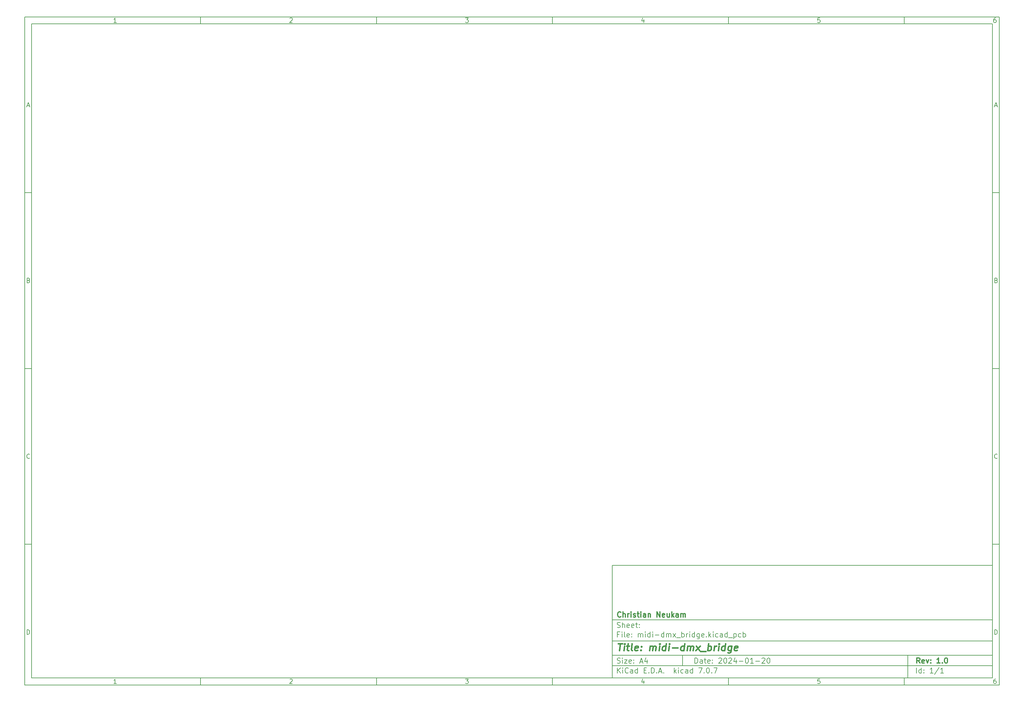
<source format=gbr>
%TF.GenerationSoftware,KiCad,Pcbnew,7.0.7*%
%TF.CreationDate,2024-01-28T22:30:17+01:00*%
%TF.ProjectId,midi-dmx_bridge,6d696469-2d64-46d7-985f-627269646765,1.0*%
%TF.SameCoordinates,PX5f5e100PY7459280*%
%TF.FileFunction,Legend,Bot*%
%TF.FilePolarity,Positive*%
%FSLAX46Y46*%
G04 Gerber Fmt 4.6, Leading zero omitted, Abs format (unit mm)*
G04 Created by KiCad (PCBNEW 7.0.7) date 2024-01-28 22:30:17*
%MOMM*%
%LPD*%
G01*
G04 APERTURE LIST*
%ADD10C,0.100000*%
%ADD11C,0.150000*%
%ADD12C,0.300000*%
%ADD13C,0.400000*%
G04 APERTURE END LIST*
D10*
D11*
X77002200Y-44007200D02*
X185002200Y-44007200D01*
X185002200Y-76007200D01*
X77002200Y-76007200D01*
X77002200Y-44007200D01*
D10*
D11*
X-90000000Y112000000D02*
X187002200Y112000000D01*
X187002200Y-78007200D01*
X-90000000Y-78007200D01*
X-90000000Y112000000D01*
D10*
D11*
X-88000000Y110000000D02*
X185002200Y110000000D01*
X185002200Y-76007200D01*
X-88000000Y-76007200D01*
X-88000000Y110000000D01*
D10*
D11*
X-40000000Y110000000D02*
X-40000000Y112000000D01*
D10*
D11*
X10000000Y110000000D02*
X10000000Y112000000D01*
D10*
D11*
X60000000Y110000000D02*
X60000000Y112000000D01*
D10*
D11*
X110000000Y110000000D02*
X110000000Y112000000D01*
D10*
D11*
X160000000Y110000000D02*
X160000000Y112000000D01*
D10*
D11*
X-63910840Y110406396D02*
X-64653697Y110406396D01*
X-64282269Y110406396D02*
X-64282269Y111706396D01*
X-64282269Y111706396D02*
X-64406078Y111520681D01*
X-64406078Y111520681D02*
X-64529888Y111396872D01*
X-64529888Y111396872D02*
X-64653697Y111334967D01*
D10*
D11*
X-14653697Y111582586D02*
X-14591793Y111644491D01*
X-14591793Y111644491D02*
X-14467983Y111706396D01*
X-14467983Y111706396D02*
X-14158459Y111706396D01*
X-14158459Y111706396D02*
X-14034650Y111644491D01*
X-14034650Y111644491D02*
X-13972745Y111582586D01*
X-13972745Y111582586D02*
X-13910840Y111458777D01*
X-13910840Y111458777D02*
X-13910840Y111334967D01*
X-13910840Y111334967D02*
X-13972745Y111149253D01*
X-13972745Y111149253D02*
X-14715602Y110406396D01*
X-14715602Y110406396D02*
X-13910840Y110406396D01*
D10*
D11*
X35284398Y111706396D02*
X36089160Y111706396D01*
X36089160Y111706396D02*
X35655826Y111211158D01*
X35655826Y111211158D02*
X35841541Y111211158D01*
X35841541Y111211158D02*
X35965350Y111149253D01*
X35965350Y111149253D02*
X36027255Y111087348D01*
X36027255Y111087348D02*
X36089160Y110963539D01*
X36089160Y110963539D02*
X36089160Y110654015D01*
X36089160Y110654015D02*
X36027255Y110530205D01*
X36027255Y110530205D02*
X35965350Y110468300D01*
X35965350Y110468300D02*
X35841541Y110406396D01*
X35841541Y110406396D02*
X35470112Y110406396D01*
X35470112Y110406396D02*
X35346303Y110468300D01*
X35346303Y110468300D02*
X35284398Y110530205D01*
D10*
D11*
X85965350Y111273062D02*
X85965350Y110406396D01*
X85655826Y111768300D02*
X85346303Y110839729D01*
X85346303Y110839729D02*
X86151064Y110839729D01*
D10*
D11*
X136027255Y111706396D02*
X135408207Y111706396D01*
X135408207Y111706396D02*
X135346303Y111087348D01*
X135346303Y111087348D02*
X135408207Y111149253D01*
X135408207Y111149253D02*
X135532017Y111211158D01*
X135532017Y111211158D02*
X135841541Y111211158D01*
X135841541Y111211158D02*
X135965350Y111149253D01*
X135965350Y111149253D02*
X136027255Y111087348D01*
X136027255Y111087348D02*
X136089160Y110963539D01*
X136089160Y110963539D02*
X136089160Y110654015D01*
X136089160Y110654015D02*
X136027255Y110530205D01*
X136027255Y110530205D02*
X135965350Y110468300D01*
X135965350Y110468300D02*
X135841541Y110406396D01*
X135841541Y110406396D02*
X135532017Y110406396D01*
X135532017Y110406396D02*
X135408207Y110468300D01*
X135408207Y110468300D02*
X135346303Y110530205D01*
D10*
D11*
X185965350Y111706396D02*
X185717731Y111706396D01*
X185717731Y111706396D02*
X185593922Y111644491D01*
X185593922Y111644491D02*
X185532017Y111582586D01*
X185532017Y111582586D02*
X185408207Y111396872D01*
X185408207Y111396872D02*
X185346303Y111149253D01*
X185346303Y111149253D02*
X185346303Y110654015D01*
X185346303Y110654015D02*
X185408207Y110530205D01*
X185408207Y110530205D02*
X185470112Y110468300D01*
X185470112Y110468300D02*
X185593922Y110406396D01*
X185593922Y110406396D02*
X185841541Y110406396D01*
X185841541Y110406396D02*
X185965350Y110468300D01*
X185965350Y110468300D02*
X186027255Y110530205D01*
X186027255Y110530205D02*
X186089160Y110654015D01*
X186089160Y110654015D02*
X186089160Y110963539D01*
X186089160Y110963539D02*
X186027255Y111087348D01*
X186027255Y111087348D02*
X185965350Y111149253D01*
X185965350Y111149253D02*
X185841541Y111211158D01*
X185841541Y111211158D02*
X185593922Y111211158D01*
X185593922Y111211158D02*
X185470112Y111149253D01*
X185470112Y111149253D02*
X185408207Y111087348D01*
X185408207Y111087348D02*
X185346303Y110963539D01*
D10*
D11*
X-40000000Y-76007200D02*
X-40000000Y-78007200D01*
D10*
D11*
X10000000Y-76007200D02*
X10000000Y-78007200D01*
D10*
D11*
X60000000Y-76007200D02*
X60000000Y-78007200D01*
D10*
D11*
X110000000Y-76007200D02*
X110000000Y-78007200D01*
D10*
D11*
X160000000Y-76007200D02*
X160000000Y-78007200D01*
D10*
D11*
X-63910840Y-77600804D02*
X-64653697Y-77600804D01*
X-64282269Y-77600804D02*
X-64282269Y-76300804D01*
X-64282269Y-76300804D02*
X-64406078Y-76486519D01*
X-64406078Y-76486519D02*
X-64529888Y-76610328D01*
X-64529888Y-76610328D02*
X-64653697Y-76672233D01*
D10*
D11*
X-14653697Y-76424614D02*
X-14591793Y-76362709D01*
X-14591793Y-76362709D02*
X-14467983Y-76300804D01*
X-14467983Y-76300804D02*
X-14158459Y-76300804D01*
X-14158459Y-76300804D02*
X-14034650Y-76362709D01*
X-14034650Y-76362709D02*
X-13972745Y-76424614D01*
X-13972745Y-76424614D02*
X-13910840Y-76548423D01*
X-13910840Y-76548423D02*
X-13910840Y-76672233D01*
X-13910840Y-76672233D02*
X-13972745Y-76857947D01*
X-13972745Y-76857947D02*
X-14715602Y-77600804D01*
X-14715602Y-77600804D02*
X-13910840Y-77600804D01*
D10*
D11*
X35284398Y-76300804D02*
X36089160Y-76300804D01*
X36089160Y-76300804D02*
X35655826Y-76796042D01*
X35655826Y-76796042D02*
X35841541Y-76796042D01*
X35841541Y-76796042D02*
X35965350Y-76857947D01*
X35965350Y-76857947D02*
X36027255Y-76919852D01*
X36027255Y-76919852D02*
X36089160Y-77043661D01*
X36089160Y-77043661D02*
X36089160Y-77353185D01*
X36089160Y-77353185D02*
X36027255Y-77476995D01*
X36027255Y-77476995D02*
X35965350Y-77538900D01*
X35965350Y-77538900D02*
X35841541Y-77600804D01*
X35841541Y-77600804D02*
X35470112Y-77600804D01*
X35470112Y-77600804D02*
X35346303Y-77538900D01*
X35346303Y-77538900D02*
X35284398Y-77476995D01*
D10*
D11*
X85965350Y-76734138D02*
X85965350Y-77600804D01*
X85655826Y-76238900D02*
X85346303Y-77167471D01*
X85346303Y-77167471D02*
X86151064Y-77167471D01*
D10*
D11*
X136027255Y-76300804D02*
X135408207Y-76300804D01*
X135408207Y-76300804D02*
X135346303Y-76919852D01*
X135346303Y-76919852D02*
X135408207Y-76857947D01*
X135408207Y-76857947D02*
X135532017Y-76796042D01*
X135532017Y-76796042D02*
X135841541Y-76796042D01*
X135841541Y-76796042D02*
X135965350Y-76857947D01*
X135965350Y-76857947D02*
X136027255Y-76919852D01*
X136027255Y-76919852D02*
X136089160Y-77043661D01*
X136089160Y-77043661D02*
X136089160Y-77353185D01*
X136089160Y-77353185D02*
X136027255Y-77476995D01*
X136027255Y-77476995D02*
X135965350Y-77538900D01*
X135965350Y-77538900D02*
X135841541Y-77600804D01*
X135841541Y-77600804D02*
X135532017Y-77600804D01*
X135532017Y-77600804D02*
X135408207Y-77538900D01*
X135408207Y-77538900D02*
X135346303Y-77476995D01*
D10*
D11*
X185965350Y-76300804D02*
X185717731Y-76300804D01*
X185717731Y-76300804D02*
X185593922Y-76362709D01*
X185593922Y-76362709D02*
X185532017Y-76424614D01*
X185532017Y-76424614D02*
X185408207Y-76610328D01*
X185408207Y-76610328D02*
X185346303Y-76857947D01*
X185346303Y-76857947D02*
X185346303Y-77353185D01*
X185346303Y-77353185D02*
X185408207Y-77476995D01*
X185408207Y-77476995D02*
X185470112Y-77538900D01*
X185470112Y-77538900D02*
X185593922Y-77600804D01*
X185593922Y-77600804D02*
X185841541Y-77600804D01*
X185841541Y-77600804D02*
X185965350Y-77538900D01*
X185965350Y-77538900D02*
X186027255Y-77476995D01*
X186027255Y-77476995D02*
X186089160Y-77353185D01*
X186089160Y-77353185D02*
X186089160Y-77043661D01*
X186089160Y-77043661D02*
X186027255Y-76919852D01*
X186027255Y-76919852D02*
X185965350Y-76857947D01*
X185965350Y-76857947D02*
X185841541Y-76796042D01*
X185841541Y-76796042D02*
X185593922Y-76796042D01*
X185593922Y-76796042D02*
X185470112Y-76857947D01*
X185470112Y-76857947D02*
X185408207Y-76919852D01*
X185408207Y-76919852D02*
X185346303Y-77043661D01*
D10*
D11*
X-90000000Y62000000D02*
X-88000000Y62000000D01*
D10*
D11*
X-90000000Y12000000D02*
X-88000000Y12000000D01*
D10*
D11*
X-90000000Y-38000000D02*
X-88000000Y-38000000D01*
D10*
D11*
X-89309524Y86777824D02*
X-88690477Y86777824D01*
X-89433334Y86406396D02*
X-89000001Y87706396D01*
X-89000001Y87706396D02*
X-88566667Y86406396D01*
D10*
D11*
X-88907143Y37087348D02*
X-88721429Y37025443D01*
X-88721429Y37025443D02*
X-88659524Y36963539D01*
X-88659524Y36963539D02*
X-88597620Y36839729D01*
X-88597620Y36839729D02*
X-88597620Y36654015D01*
X-88597620Y36654015D02*
X-88659524Y36530205D01*
X-88659524Y36530205D02*
X-88721429Y36468300D01*
X-88721429Y36468300D02*
X-88845239Y36406396D01*
X-88845239Y36406396D02*
X-89340477Y36406396D01*
X-89340477Y36406396D02*
X-89340477Y37706396D01*
X-89340477Y37706396D02*
X-88907143Y37706396D01*
X-88907143Y37706396D02*
X-88783334Y37644491D01*
X-88783334Y37644491D02*
X-88721429Y37582586D01*
X-88721429Y37582586D02*
X-88659524Y37458777D01*
X-88659524Y37458777D02*
X-88659524Y37334967D01*
X-88659524Y37334967D02*
X-88721429Y37211158D01*
X-88721429Y37211158D02*
X-88783334Y37149253D01*
X-88783334Y37149253D02*
X-88907143Y37087348D01*
X-88907143Y37087348D02*
X-89340477Y37087348D01*
D10*
D11*
X-88597620Y-13469795D02*
X-88659524Y-13531700D01*
X-88659524Y-13531700D02*
X-88845239Y-13593604D01*
X-88845239Y-13593604D02*
X-88969048Y-13593604D01*
X-88969048Y-13593604D02*
X-89154762Y-13531700D01*
X-89154762Y-13531700D02*
X-89278572Y-13407890D01*
X-89278572Y-13407890D02*
X-89340477Y-13284080D01*
X-89340477Y-13284080D02*
X-89402381Y-13036461D01*
X-89402381Y-13036461D02*
X-89402381Y-12850747D01*
X-89402381Y-12850747D02*
X-89340477Y-12603128D01*
X-89340477Y-12603128D02*
X-89278572Y-12479319D01*
X-89278572Y-12479319D02*
X-89154762Y-12355509D01*
X-89154762Y-12355509D02*
X-88969048Y-12293604D01*
X-88969048Y-12293604D02*
X-88845239Y-12293604D01*
X-88845239Y-12293604D02*
X-88659524Y-12355509D01*
X-88659524Y-12355509D02*
X-88597620Y-12417414D01*
D10*
D11*
X-89340477Y-63593604D02*
X-89340477Y-62293604D01*
X-89340477Y-62293604D02*
X-89030953Y-62293604D01*
X-89030953Y-62293604D02*
X-88845239Y-62355509D01*
X-88845239Y-62355509D02*
X-88721429Y-62479319D01*
X-88721429Y-62479319D02*
X-88659524Y-62603128D01*
X-88659524Y-62603128D02*
X-88597620Y-62850747D01*
X-88597620Y-62850747D02*
X-88597620Y-63036461D01*
X-88597620Y-63036461D02*
X-88659524Y-63284080D01*
X-88659524Y-63284080D02*
X-88721429Y-63407890D01*
X-88721429Y-63407890D02*
X-88845239Y-63531700D01*
X-88845239Y-63531700D02*
X-89030953Y-63593604D01*
X-89030953Y-63593604D02*
X-89340477Y-63593604D01*
D10*
D11*
X187002200Y62000000D02*
X185002200Y62000000D01*
D10*
D11*
X187002200Y12000000D02*
X185002200Y12000000D01*
D10*
D11*
X187002200Y-38000000D02*
X185002200Y-38000000D01*
D10*
D11*
X185692676Y86777824D02*
X186311723Y86777824D01*
X185568866Y86406396D02*
X186002199Y87706396D01*
X186002199Y87706396D02*
X186435533Y86406396D01*
D10*
D11*
X186095057Y37087348D02*
X186280771Y37025443D01*
X186280771Y37025443D02*
X186342676Y36963539D01*
X186342676Y36963539D02*
X186404580Y36839729D01*
X186404580Y36839729D02*
X186404580Y36654015D01*
X186404580Y36654015D02*
X186342676Y36530205D01*
X186342676Y36530205D02*
X186280771Y36468300D01*
X186280771Y36468300D02*
X186156961Y36406396D01*
X186156961Y36406396D02*
X185661723Y36406396D01*
X185661723Y36406396D02*
X185661723Y37706396D01*
X185661723Y37706396D02*
X186095057Y37706396D01*
X186095057Y37706396D02*
X186218866Y37644491D01*
X186218866Y37644491D02*
X186280771Y37582586D01*
X186280771Y37582586D02*
X186342676Y37458777D01*
X186342676Y37458777D02*
X186342676Y37334967D01*
X186342676Y37334967D02*
X186280771Y37211158D01*
X186280771Y37211158D02*
X186218866Y37149253D01*
X186218866Y37149253D02*
X186095057Y37087348D01*
X186095057Y37087348D02*
X185661723Y37087348D01*
D10*
D11*
X186404580Y-13469795D02*
X186342676Y-13531700D01*
X186342676Y-13531700D02*
X186156961Y-13593604D01*
X186156961Y-13593604D02*
X186033152Y-13593604D01*
X186033152Y-13593604D02*
X185847438Y-13531700D01*
X185847438Y-13531700D02*
X185723628Y-13407890D01*
X185723628Y-13407890D02*
X185661723Y-13284080D01*
X185661723Y-13284080D02*
X185599819Y-13036461D01*
X185599819Y-13036461D02*
X185599819Y-12850747D01*
X185599819Y-12850747D02*
X185661723Y-12603128D01*
X185661723Y-12603128D02*
X185723628Y-12479319D01*
X185723628Y-12479319D02*
X185847438Y-12355509D01*
X185847438Y-12355509D02*
X186033152Y-12293604D01*
X186033152Y-12293604D02*
X186156961Y-12293604D01*
X186156961Y-12293604D02*
X186342676Y-12355509D01*
X186342676Y-12355509D02*
X186404580Y-12417414D01*
D10*
D11*
X185661723Y-63593604D02*
X185661723Y-62293604D01*
X185661723Y-62293604D02*
X185971247Y-62293604D01*
X185971247Y-62293604D02*
X186156961Y-62355509D01*
X186156961Y-62355509D02*
X186280771Y-62479319D01*
X186280771Y-62479319D02*
X186342676Y-62603128D01*
X186342676Y-62603128D02*
X186404580Y-62850747D01*
X186404580Y-62850747D02*
X186404580Y-63036461D01*
X186404580Y-63036461D02*
X186342676Y-63284080D01*
X186342676Y-63284080D02*
X186280771Y-63407890D01*
X186280771Y-63407890D02*
X186156961Y-63531700D01*
X186156961Y-63531700D02*
X185971247Y-63593604D01*
X185971247Y-63593604D02*
X185661723Y-63593604D01*
D10*
D11*
X100458026Y-71793328D02*
X100458026Y-70293328D01*
X100458026Y-70293328D02*
X100815169Y-70293328D01*
X100815169Y-70293328D02*
X101029455Y-70364757D01*
X101029455Y-70364757D02*
X101172312Y-70507614D01*
X101172312Y-70507614D02*
X101243741Y-70650471D01*
X101243741Y-70650471D02*
X101315169Y-70936185D01*
X101315169Y-70936185D02*
X101315169Y-71150471D01*
X101315169Y-71150471D02*
X101243741Y-71436185D01*
X101243741Y-71436185D02*
X101172312Y-71579042D01*
X101172312Y-71579042D02*
X101029455Y-71721900D01*
X101029455Y-71721900D02*
X100815169Y-71793328D01*
X100815169Y-71793328D02*
X100458026Y-71793328D01*
X102600884Y-71793328D02*
X102600884Y-71007614D01*
X102600884Y-71007614D02*
X102529455Y-70864757D01*
X102529455Y-70864757D02*
X102386598Y-70793328D01*
X102386598Y-70793328D02*
X102100884Y-70793328D01*
X102100884Y-70793328D02*
X101958026Y-70864757D01*
X102600884Y-71721900D02*
X102458026Y-71793328D01*
X102458026Y-71793328D02*
X102100884Y-71793328D01*
X102100884Y-71793328D02*
X101958026Y-71721900D01*
X101958026Y-71721900D02*
X101886598Y-71579042D01*
X101886598Y-71579042D02*
X101886598Y-71436185D01*
X101886598Y-71436185D02*
X101958026Y-71293328D01*
X101958026Y-71293328D02*
X102100884Y-71221900D01*
X102100884Y-71221900D02*
X102458026Y-71221900D01*
X102458026Y-71221900D02*
X102600884Y-71150471D01*
X103100884Y-70793328D02*
X103672312Y-70793328D01*
X103315169Y-70293328D02*
X103315169Y-71579042D01*
X103315169Y-71579042D02*
X103386598Y-71721900D01*
X103386598Y-71721900D02*
X103529455Y-71793328D01*
X103529455Y-71793328D02*
X103672312Y-71793328D01*
X104743741Y-71721900D02*
X104600884Y-71793328D01*
X104600884Y-71793328D02*
X104315170Y-71793328D01*
X104315170Y-71793328D02*
X104172312Y-71721900D01*
X104172312Y-71721900D02*
X104100884Y-71579042D01*
X104100884Y-71579042D02*
X104100884Y-71007614D01*
X104100884Y-71007614D02*
X104172312Y-70864757D01*
X104172312Y-70864757D02*
X104315170Y-70793328D01*
X104315170Y-70793328D02*
X104600884Y-70793328D01*
X104600884Y-70793328D02*
X104743741Y-70864757D01*
X104743741Y-70864757D02*
X104815170Y-71007614D01*
X104815170Y-71007614D02*
X104815170Y-71150471D01*
X104815170Y-71150471D02*
X104100884Y-71293328D01*
X105458026Y-71650471D02*
X105529455Y-71721900D01*
X105529455Y-71721900D02*
X105458026Y-71793328D01*
X105458026Y-71793328D02*
X105386598Y-71721900D01*
X105386598Y-71721900D02*
X105458026Y-71650471D01*
X105458026Y-71650471D02*
X105458026Y-71793328D01*
X105458026Y-70864757D02*
X105529455Y-70936185D01*
X105529455Y-70936185D02*
X105458026Y-71007614D01*
X105458026Y-71007614D02*
X105386598Y-70936185D01*
X105386598Y-70936185D02*
X105458026Y-70864757D01*
X105458026Y-70864757D02*
X105458026Y-71007614D01*
X107243741Y-70436185D02*
X107315169Y-70364757D01*
X107315169Y-70364757D02*
X107458027Y-70293328D01*
X107458027Y-70293328D02*
X107815169Y-70293328D01*
X107815169Y-70293328D02*
X107958027Y-70364757D01*
X107958027Y-70364757D02*
X108029455Y-70436185D01*
X108029455Y-70436185D02*
X108100884Y-70579042D01*
X108100884Y-70579042D02*
X108100884Y-70721900D01*
X108100884Y-70721900D02*
X108029455Y-70936185D01*
X108029455Y-70936185D02*
X107172312Y-71793328D01*
X107172312Y-71793328D02*
X108100884Y-71793328D01*
X109029455Y-70293328D02*
X109172312Y-70293328D01*
X109172312Y-70293328D02*
X109315169Y-70364757D01*
X109315169Y-70364757D02*
X109386598Y-70436185D01*
X109386598Y-70436185D02*
X109458026Y-70579042D01*
X109458026Y-70579042D02*
X109529455Y-70864757D01*
X109529455Y-70864757D02*
X109529455Y-71221900D01*
X109529455Y-71221900D02*
X109458026Y-71507614D01*
X109458026Y-71507614D02*
X109386598Y-71650471D01*
X109386598Y-71650471D02*
X109315169Y-71721900D01*
X109315169Y-71721900D02*
X109172312Y-71793328D01*
X109172312Y-71793328D02*
X109029455Y-71793328D01*
X109029455Y-71793328D02*
X108886598Y-71721900D01*
X108886598Y-71721900D02*
X108815169Y-71650471D01*
X108815169Y-71650471D02*
X108743740Y-71507614D01*
X108743740Y-71507614D02*
X108672312Y-71221900D01*
X108672312Y-71221900D02*
X108672312Y-70864757D01*
X108672312Y-70864757D02*
X108743740Y-70579042D01*
X108743740Y-70579042D02*
X108815169Y-70436185D01*
X108815169Y-70436185D02*
X108886598Y-70364757D01*
X108886598Y-70364757D02*
X109029455Y-70293328D01*
X110100883Y-70436185D02*
X110172311Y-70364757D01*
X110172311Y-70364757D02*
X110315169Y-70293328D01*
X110315169Y-70293328D02*
X110672311Y-70293328D01*
X110672311Y-70293328D02*
X110815169Y-70364757D01*
X110815169Y-70364757D02*
X110886597Y-70436185D01*
X110886597Y-70436185D02*
X110958026Y-70579042D01*
X110958026Y-70579042D02*
X110958026Y-70721900D01*
X110958026Y-70721900D02*
X110886597Y-70936185D01*
X110886597Y-70936185D02*
X110029454Y-71793328D01*
X110029454Y-71793328D02*
X110958026Y-71793328D01*
X112243740Y-70793328D02*
X112243740Y-71793328D01*
X111886597Y-70221900D02*
X111529454Y-71293328D01*
X111529454Y-71293328D02*
X112458025Y-71293328D01*
X113029453Y-71221900D02*
X114172311Y-71221900D01*
X115172311Y-70293328D02*
X115315168Y-70293328D01*
X115315168Y-70293328D02*
X115458025Y-70364757D01*
X115458025Y-70364757D02*
X115529454Y-70436185D01*
X115529454Y-70436185D02*
X115600882Y-70579042D01*
X115600882Y-70579042D02*
X115672311Y-70864757D01*
X115672311Y-70864757D02*
X115672311Y-71221900D01*
X115672311Y-71221900D02*
X115600882Y-71507614D01*
X115600882Y-71507614D02*
X115529454Y-71650471D01*
X115529454Y-71650471D02*
X115458025Y-71721900D01*
X115458025Y-71721900D02*
X115315168Y-71793328D01*
X115315168Y-71793328D02*
X115172311Y-71793328D01*
X115172311Y-71793328D02*
X115029454Y-71721900D01*
X115029454Y-71721900D02*
X114958025Y-71650471D01*
X114958025Y-71650471D02*
X114886596Y-71507614D01*
X114886596Y-71507614D02*
X114815168Y-71221900D01*
X114815168Y-71221900D02*
X114815168Y-70864757D01*
X114815168Y-70864757D02*
X114886596Y-70579042D01*
X114886596Y-70579042D02*
X114958025Y-70436185D01*
X114958025Y-70436185D02*
X115029454Y-70364757D01*
X115029454Y-70364757D02*
X115172311Y-70293328D01*
X117100882Y-71793328D02*
X116243739Y-71793328D01*
X116672310Y-71793328D02*
X116672310Y-70293328D01*
X116672310Y-70293328D02*
X116529453Y-70507614D01*
X116529453Y-70507614D02*
X116386596Y-70650471D01*
X116386596Y-70650471D02*
X116243739Y-70721900D01*
X117743738Y-71221900D02*
X118886596Y-71221900D01*
X119529453Y-70436185D02*
X119600881Y-70364757D01*
X119600881Y-70364757D02*
X119743739Y-70293328D01*
X119743739Y-70293328D02*
X120100881Y-70293328D01*
X120100881Y-70293328D02*
X120243739Y-70364757D01*
X120243739Y-70364757D02*
X120315167Y-70436185D01*
X120315167Y-70436185D02*
X120386596Y-70579042D01*
X120386596Y-70579042D02*
X120386596Y-70721900D01*
X120386596Y-70721900D02*
X120315167Y-70936185D01*
X120315167Y-70936185D02*
X119458024Y-71793328D01*
X119458024Y-71793328D02*
X120386596Y-71793328D01*
X121315167Y-70293328D02*
X121458024Y-70293328D01*
X121458024Y-70293328D02*
X121600881Y-70364757D01*
X121600881Y-70364757D02*
X121672310Y-70436185D01*
X121672310Y-70436185D02*
X121743738Y-70579042D01*
X121743738Y-70579042D02*
X121815167Y-70864757D01*
X121815167Y-70864757D02*
X121815167Y-71221900D01*
X121815167Y-71221900D02*
X121743738Y-71507614D01*
X121743738Y-71507614D02*
X121672310Y-71650471D01*
X121672310Y-71650471D02*
X121600881Y-71721900D01*
X121600881Y-71721900D02*
X121458024Y-71793328D01*
X121458024Y-71793328D02*
X121315167Y-71793328D01*
X121315167Y-71793328D02*
X121172310Y-71721900D01*
X121172310Y-71721900D02*
X121100881Y-71650471D01*
X121100881Y-71650471D02*
X121029452Y-71507614D01*
X121029452Y-71507614D02*
X120958024Y-71221900D01*
X120958024Y-71221900D02*
X120958024Y-70864757D01*
X120958024Y-70864757D02*
X121029452Y-70579042D01*
X121029452Y-70579042D02*
X121100881Y-70436185D01*
X121100881Y-70436185D02*
X121172310Y-70364757D01*
X121172310Y-70364757D02*
X121315167Y-70293328D01*
D10*
D11*
X77002200Y-72507200D02*
X185002200Y-72507200D01*
D10*
D11*
X78458026Y-74593328D02*
X78458026Y-73093328D01*
X79315169Y-74593328D02*
X78672312Y-73736185D01*
X79315169Y-73093328D02*
X78458026Y-73950471D01*
X79958026Y-74593328D02*
X79958026Y-73593328D01*
X79958026Y-73093328D02*
X79886598Y-73164757D01*
X79886598Y-73164757D02*
X79958026Y-73236185D01*
X79958026Y-73236185D02*
X80029455Y-73164757D01*
X80029455Y-73164757D02*
X79958026Y-73093328D01*
X79958026Y-73093328D02*
X79958026Y-73236185D01*
X81529455Y-74450471D02*
X81458027Y-74521900D01*
X81458027Y-74521900D02*
X81243741Y-74593328D01*
X81243741Y-74593328D02*
X81100884Y-74593328D01*
X81100884Y-74593328D02*
X80886598Y-74521900D01*
X80886598Y-74521900D02*
X80743741Y-74379042D01*
X80743741Y-74379042D02*
X80672312Y-74236185D01*
X80672312Y-74236185D02*
X80600884Y-73950471D01*
X80600884Y-73950471D02*
X80600884Y-73736185D01*
X80600884Y-73736185D02*
X80672312Y-73450471D01*
X80672312Y-73450471D02*
X80743741Y-73307614D01*
X80743741Y-73307614D02*
X80886598Y-73164757D01*
X80886598Y-73164757D02*
X81100884Y-73093328D01*
X81100884Y-73093328D02*
X81243741Y-73093328D01*
X81243741Y-73093328D02*
X81458027Y-73164757D01*
X81458027Y-73164757D02*
X81529455Y-73236185D01*
X82815170Y-74593328D02*
X82815170Y-73807614D01*
X82815170Y-73807614D02*
X82743741Y-73664757D01*
X82743741Y-73664757D02*
X82600884Y-73593328D01*
X82600884Y-73593328D02*
X82315170Y-73593328D01*
X82315170Y-73593328D02*
X82172312Y-73664757D01*
X82815170Y-74521900D02*
X82672312Y-74593328D01*
X82672312Y-74593328D02*
X82315170Y-74593328D01*
X82315170Y-74593328D02*
X82172312Y-74521900D01*
X82172312Y-74521900D02*
X82100884Y-74379042D01*
X82100884Y-74379042D02*
X82100884Y-74236185D01*
X82100884Y-74236185D02*
X82172312Y-74093328D01*
X82172312Y-74093328D02*
X82315170Y-74021900D01*
X82315170Y-74021900D02*
X82672312Y-74021900D01*
X82672312Y-74021900D02*
X82815170Y-73950471D01*
X84172313Y-74593328D02*
X84172313Y-73093328D01*
X84172313Y-74521900D02*
X84029455Y-74593328D01*
X84029455Y-74593328D02*
X83743741Y-74593328D01*
X83743741Y-74593328D02*
X83600884Y-74521900D01*
X83600884Y-74521900D02*
X83529455Y-74450471D01*
X83529455Y-74450471D02*
X83458027Y-74307614D01*
X83458027Y-74307614D02*
X83458027Y-73879042D01*
X83458027Y-73879042D02*
X83529455Y-73736185D01*
X83529455Y-73736185D02*
X83600884Y-73664757D01*
X83600884Y-73664757D02*
X83743741Y-73593328D01*
X83743741Y-73593328D02*
X84029455Y-73593328D01*
X84029455Y-73593328D02*
X84172313Y-73664757D01*
X86029455Y-73807614D02*
X86529455Y-73807614D01*
X86743741Y-74593328D02*
X86029455Y-74593328D01*
X86029455Y-74593328D02*
X86029455Y-73093328D01*
X86029455Y-73093328D02*
X86743741Y-73093328D01*
X87386598Y-74450471D02*
X87458027Y-74521900D01*
X87458027Y-74521900D02*
X87386598Y-74593328D01*
X87386598Y-74593328D02*
X87315170Y-74521900D01*
X87315170Y-74521900D02*
X87386598Y-74450471D01*
X87386598Y-74450471D02*
X87386598Y-74593328D01*
X88100884Y-74593328D02*
X88100884Y-73093328D01*
X88100884Y-73093328D02*
X88458027Y-73093328D01*
X88458027Y-73093328D02*
X88672313Y-73164757D01*
X88672313Y-73164757D02*
X88815170Y-73307614D01*
X88815170Y-73307614D02*
X88886599Y-73450471D01*
X88886599Y-73450471D02*
X88958027Y-73736185D01*
X88958027Y-73736185D02*
X88958027Y-73950471D01*
X88958027Y-73950471D02*
X88886599Y-74236185D01*
X88886599Y-74236185D02*
X88815170Y-74379042D01*
X88815170Y-74379042D02*
X88672313Y-74521900D01*
X88672313Y-74521900D02*
X88458027Y-74593328D01*
X88458027Y-74593328D02*
X88100884Y-74593328D01*
X89600884Y-74450471D02*
X89672313Y-74521900D01*
X89672313Y-74521900D02*
X89600884Y-74593328D01*
X89600884Y-74593328D02*
X89529456Y-74521900D01*
X89529456Y-74521900D02*
X89600884Y-74450471D01*
X89600884Y-74450471D02*
X89600884Y-74593328D01*
X90243742Y-74164757D02*
X90958028Y-74164757D01*
X90100885Y-74593328D02*
X90600885Y-73093328D01*
X90600885Y-73093328D02*
X91100885Y-74593328D01*
X91600884Y-74450471D02*
X91672313Y-74521900D01*
X91672313Y-74521900D02*
X91600884Y-74593328D01*
X91600884Y-74593328D02*
X91529456Y-74521900D01*
X91529456Y-74521900D02*
X91600884Y-74450471D01*
X91600884Y-74450471D02*
X91600884Y-74593328D01*
X94600884Y-74593328D02*
X94600884Y-73093328D01*
X94743742Y-74021900D02*
X95172313Y-74593328D01*
X95172313Y-73593328D02*
X94600884Y-74164757D01*
X95815170Y-74593328D02*
X95815170Y-73593328D01*
X95815170Y-73093328D02*
X95743742Y-73164757D01*
X95743742Y-73164757D02*
X95815170Y-73236185D01*
X95815170Y-73236185D02*
X95886599Y-73164757D01*
X95886599Y-73164757D02*
X95815170Y-73093328D01*
X95815170Y-73093328D02*
X95815170Y-73236185D01*
X97172314Y-74521900D02*
X97029456Y-74593328D01*
X97029456Y-74593328D02*
X96743742Y-74593328D01*
X96743742Y-74593328D02*
X96600885Y-74521900D01*
X96600885Y-74521900D02*
X96529456Y-74450471D01*
X96529456Y-74450471D02*
X96458028Y-74307614D01*
X96458028Y-74307614D02*
X96458028Y-73879042D01*
X96458028Y-73879042D02*
X96529456Y-73736185D01*
X96529456Y-73736185D02*
X96600885Y-73664757D01*
X96600885Y-73664757D02*
X96743742Y-73593328D01*
X96743742Y-73593328D02*
X97029456Y-73593328D01*
X97029456Y-73593328D02*
X97172314Y-73664757D01*
X98458028Y-74593328D02*
X98458028Y-73807614D01*
X98458028Y-73807614D02*
X98386599Y-73664757D01*
X98386599Y-73664757D02*
X98243742Y-73593328D01*
X98243742Y-73593328D02*
X97958028Y-73593328D01*
X97958028Y-73593328D02*
X97815170Y-73664757D01*
X98458028Y-74521900D02*
X98315170Y-74593328D01*
X98315170Y-74593328D02*
X97958028Y-74593328D01*
X97958028Y-74593328D02*
X97815170Y-74521900D01*
X97815170Y-74521900D02*
X97743742Y-74379042D01*
X97743742Y-74379042D02*
X97743742Y-74236185D01*
X97743742Y-74236185D02*
X97815170Y-74093328D01*
X97815170Y-74093328D02*
X97958028Y-74021900D01*
X97958028Y-74021900D02*
X98315170Y-74021900D01*
X98315170Y-74021900D02*
X98458028Y-73950471D01*
X99815171Y-74593328D02*
X99815171Y-73093328D01*
X99815171Y-74521900D02*
X99672313Y-74593328D01*
X99672313Y-74593328D02*
X99386599Y-74593328D01*
X99386599Y-74593328D02*
X99243742Y-74521900D01*
X99243742Y-74521900D02*
X99172313Y-74450471D01*
X99172313Y-74450471D02*
X99100885Y-74307614D01*
X99100885Y-74307614D02*
X99100885Y-73879042D01*
X99100885Y-73879042D02*
X99172313Y-73736185D01*
X99172313Y-73736185D02*
X99243742Y-73664757D01*
X99243742Y-73664757D02*
X99386599Y-73593328D01*
X99386599Y-73593328D02*
X99672313Y-73593328D01*
X99672313Y-73593328D02*
X99815171Y-73664757D01*
X101529456Y-73093328D02*
X102529456Y-73093328D01*
X102529456Y-73093328D02*
X101886599Y-74593328D01*
X103100884Y-74450471D02*
X103172313Y-74521900D01*
X103172313Y-74521900D02*
X103100884Y-74593328D01*
X103100884Y-74593328D02*
X103029456Y-74521900D01*
X103029456Y-74521900D02*
X103100884Y-74450471D01*
X103100884Y-74450471D02*
X103100884Y-74593328D01*
X104100885Y-73093328D02*
X104243742Y-73093328D01*
X104243742Y-73093328D02*
X104386599Y-73164757D01*
X104386599Y-73164757D02*
X104458028Y-73236185D01*
X104458028Y-73236185D02*
X104529456Y-73379042D01*
X104529456Y-73379042D02*
X104600885Y-73664757D01*
X104600885Y-73664757D02*
X104600885Y-74021900D01*
X104600885Y-74021900D02*
X104529456Y-74307614D01*
X104529456Y-74307614D02*
X104458028Y-74450471D01*
X104458028Y-74450471D02*
X104386599Y-74521900D01*
X104386599Y-74521900D02*
X104243742Y-74593328D01*
X104243742Y-74593328D02*
X104100885Y-74593328D01*
X104100885Y-74593328D02*
X103958028Y-74521900D01*
X103958028Y-74521900D02*
X103886599Y-74450471D01*
X103886599Y-74450471D02*
X103815170Y-74307614D01*
X103815170Y-74307614D02*
X103743742Y-74021900D01*
X103743742Y-74021900D02*
X103743742Y-73664757D01*
X103743742Y-73664757D02*
X103815170Y-73379042D01*
X103815170Y-73379042D02*
X103886599Y-73236185D01*
X103886599Y-73236185D02*
X103958028Y-73164757D01*
X103958028Y-73164757D02*
X104100885Y-73093328D01*
X105243741Y-74450471D02*
X105315170Y-74521900D01*
X105315170Y-74521900D02*
X105243741Y-74593328D01*
X105243741Y-74593328D02*
X105172313Y-74521900D01*
X105172313Y-74521900D02*
X105243741Y-74450471D01*
X105243741Y-74450471D02*
X105243741Y-74593328D01*
X105815170Y-73093328D02*
X106815170Y-73093328D01*
X106815170Y-73093328D02*
X106172313Y-74593328D01*
D10*
D11*
X77002200Y-69507200D02*
X185002200Y-69507200D01*
D10*
D12*
X164413853Y-71785528D02*
X163913853Y-71071242D01*
X163556710Y-71785528D02*
X163556710Y-70285528D01*
X163556710Y-70285528D02*
X164128139Y-70285528D01*
X164128139Y-70285528D02*
X164270996Y-70356957D01*
X164270996Y-70356957D02*
X164342425Y-70428385D01*
X164342425Y-70428385D02*
X164413853Y-70571242D01*
X164413853Y-70571242D02*
X164413853Y-70785528D01*
X164413853Y-70785528D02*
X164342425Y-70928385D01*
X164342425Y-70928385D02*
X164270996Y-70999814D01*
X164270996Y-70999814D02*
X164128139Y-71071242D01*
X164128139Y-71071242D02*
X163556710Y-71071242D01*
X165628139Y-71714100D02*
X165485282Y-71785528D01*
X165485282Y-71785528D02*
X165199568Y-71785528D01*
X165199568Y-71785528D02*
X165056710Y-71714100D01*
X165056710Y-71714100D02*
X164985282Y-71571242D01*
X164985282Y-71571242D02*
X164985282Y-70999814D01*
X164985282Y-70999814D02*
X165056710Y-70856957D01*
X165056710Y-70856957D02*
X165199568Y-70785528D01*
X165199568Y-70785528D02*
X165485282Y-70785528D01*
X165485282Y-70785528D02*
X165628139Y-70856957D01*
X165628139Y-70856957D02*
X165699568Y-70999814D01*
X165699568Y-70999814D02*
X165699568Y-71142671D01*
X165699568Y-71142671D02*
X164985282Y-71285528D01*
X166199567Y-70785528D02*
X166556710Y-71785528D01*
X166556710Y-71785528D02*
X166913853Y-70785528D01*
X167485281Y-71642671D02*
X167556710Y-71714100D01*
X167556710Y-71714100D02*
X167485281Y-71785528D01*
X167485281Y-71785528D02*
X167413853Y-71714100D01*
X167413853Y-71714100D02*
X167485281Y-71642671D01*
X167485281Y-71642671D02*
X167485281Y-71785528D01*
X167485281Y-70856957D02*
X167556710Y-70928385D01*
X167556710Y-70928385D02*
X167485281Y-70999814D01*
X167485281Y-70999814D02*
X167413853Y-70928385D01*
X167413853Y-70928385D02*
X167485281Y-70856957D01*
X167485281Y-70856957D02*
X167485281Y-70999814D01*
X170128139Y-71785528D02*
X169270996Y-71785528D01*
X169699567Y-71785528D02*
X169699567Y-70285528D01*
X169699567Y-70285528D02*
X169556710Y-70499814D01*
X169556710Y-70499814D02*
X169413853Y-70642671D01*
X169413853Y-70642671D02*
X169270996Y-70714100D01*
X170770995Y-71642671D02*
X170842424Y-71714100D01*
X170842424Y-71714100D02*
X170770995Y-71785528D01*
X170770995Y-71785528D02*
X170699567Y-71714100D01*
X170699567Y-71714100D02*
X170770995Y-71642671D01*
X170770995Y-71642671D02*
X170770995Y-71785528D01*
X171770996Y-70285528D02*
X171913853Y-70285528D01*
X171913853Y-70285528D02*
X172056710Y-70356957D01*
X172056710Y-70356957D02*
X172128139Y-70428385D01*
X172128139Y-70428385D02*
X172199567Y-70571242D01*
X172199567Y-70571242D02*
X172270996Y-70856957D01*
X172270996Y-70856957D02*
X172270996Y-71214100D01*
X172270996Y-71214100D02*
X172199567Y-71499814D01*
X172199567Y-71499814D02*
X172128139Y-71642671D01*
X172128139Y-71642671D02*
X172056710Y-71714100D01*
X172056710Y-71714100D02*
X171913853Y-71785528D01*
X171913853Y-71785528D02*
X171770996Y-71785528D01*
X171770996Y-71785528D02*
X171628139Y-71714100D01*
X171628139Y-71714100D02*
X171556710Y-71642671D01*
X171556710Y-71642671D02*
X171485281Y-71499814D01*
X171485281Y-71499814D02*
X171413853Y-71214100D01*
X171413853Y-71214100D02*
X171413853Y-70856957D01*
X171413853Y-70856957D02*
X171485281Y-70571242D01*
X171485281Y-70571242D02*
X171556710Y-70428385D01*
X171556710Y-70428385D02*
X171628139Y-70356957D01*
X171628139Y-70356957D02*
X171770996Y-70285528D01*
D10*
D11*
X78386598Y-71721900D02*
X78600884Y-71793328D01*
X78600884Y-71793328D02*
X78958026Y-71793328D01*
X78958026Y-71793328D02*
X79100884Y-71721900D01*
X79100884Y-71721900D02*
X79172312Y-71650471D01*
X79172312Y-71650471D02*
X79243741Y-71507614D01*
X79243741Y-71507614D02*
X79243741Y-71364757D01*
X79243741Y-71364757D02*
X79172312Y-71221900D01*
X79172312Y-71221900D02*
X79100884Y-71150471D01*
X79100884Y-71150471D02*
X78958026Y-71079042D01*
X78958026Y-71079042D02*
X78672312Y-71007614D01*
X78672312Y-71007614D02*
X78529455Y-70936185D01*
X78529455Y-70936185D02*
X78458026Y-70864757D01*
X78458026Y-70864757D02*
X78386598Y-70721900D01*
X78386598Y-70721900D02*
X78386598Y-70579042D01*
X78386598Y-70579042D02*
X78458026Y-70436185D01*
X78458026Y-70436185D02*
X78529455Y-70364757D01*
X78529455Y-70364757D02*
X78672312Y-70293328D01*
X78672312Y-70293328D02*
X79029455Y-70293328D01*
X79029455Y-70293328D02*
X79243741Y-70364757D01*
X79886597Y-71793328D02*
X79886597Y-70793328D01*
X79886597Y-70293328D02*
X79815169Y-70364757D01*
X79815169Y-70364757D02*
X79886597Y-70436185D01*
X79886597Y-70436185D02*
X79958026Y-70364757D01*
X79958026Y-70364757D02*
X79886597Y-70293328D01*
X79886597Y-70293328D02*
X79886597Y-70436185D01*
X80458026Y-70793328D02*
X81243741Y-70793328D01*
X81243741Y-70793328D02*
X80458026Y-71793328D01*
X80458026Y-71793328D02*
X81243741Y-71793328D01*
X82386598Y-71721900D02*
X82243741Y-71793328D01*
X82243741Y-71793328D02*
X81958027Y-71793328D01*
X81958027Y-71793328D02*
X81815169Y-71721900D01*
X81815169Y-71721900D02*
X81743741Y-71579042D01*
X81743741Y-71579042D02*
X81743741Y-71007614D01*
X81743741Y-71007614D02*
X81815169Y-70864757D01*
X81815169Y-70864757D02*
X81958027Y-70793328D01*
X81958027Y-70793328D02*
X82243741Y-70793328D01*
X82243741Y-70793328D02*
X82386598Y-70864757D01*
X82386598Y-70864757D02*
X82458027Y-71007614D01*
X82458027Y-71007614D02*
X82458027Y-71150471D01*
X82458027Y-71150471D02*
X81743741Y-71293328D01*
X83100883Y-71650471D02*
X83172312Y-71721900D01*
X83172312Y-71721900D02*
X83100883Y-71793328D01*
X83100883Y-71793328D02*
X83029455Y-71721900D01*
X83029455Y-71721900D02*
X83100883Y-71650471D01*
X83100883Y-71650471D02*
X83100883Y-71793328D01*
X83100883Y-70864757D02*
X83172312Y-70936185D01*
X83172312Y-70936185D02*
X83100883Y-71007614D01*
X83100883Y-71007614D02*
X83029455Y-70936185D01*
X83029455Y-70936185D02*
X83100883Y-70864757D01*
X83100883Y-70864757D02*
X83100883Y-71007614D01*
X84886598Y-71364757D02*
X85600884Y-71364757D01*
X84743741Y-71793328D02*
X85243741Y-70293328D01*
X85243741Y-70293328D02*
X85743741Y-71793328D01*
X86886598Y-70793328D02*
X86886598Y-71793328D01*
X86529455Y-70221900D02*
X86172312Y-71293328D01*
X86172312Y-71293328D02*
X87100883Y-71293328D01*
D10*
D11*
X163458026Y-74593328D02*
X163458026Y-73093328D01*
X164815170Y-74593328D02*
X164815170Y-73093328D01*
X164815170Y-74521900D02*
X164672312Y-74593328D01*
X164672312Y-74593328D02*
X164386598Y-74593328D01*
X164386598Y-74593328D02*
X164243741Y-74521900D01*
X164243741Y-74521900D02*
X164172312Y-74450471D01*
X164172312Y-74450471D02*
X164100884Y-74307614D01*
X164100884Y-74307614D02*
X164100884Y-73879042D01*
X164100884Y-73879042D02*
X164172312Y-73736185D01*
X164172312Y-73736185D02*
X164243741Y-73664757D01*
X164243741Y-73664757D02*
X164386598Y-73593328D01*
X164386598Y-73593328D02*
X164672312Y-73593328D01*
X164672312Y-73593328D02*
X164815170Y-73664757D01*
X165529455Y-74450471D02*
X165600884Y-74521900D01*
X165600884Y-74521900D02*
X165529455Y-74593328D01*
X165529455Y-74593328D02*
X165458027Y-74521900D01*
X165458027Y-74521900D02*
X165529455Y-74450471D01*
X165529455Y-74450471D02*
X165529455Y-74593328D01*
X165529455Y-73664757D02*
X165600884Y-73736185D01*
X165600884Y-73736185D02*
X165529455Y-73807614D01*
X165529455Y-73807614D02*
X165458027Y-73736185D01*
X165458027Y-73736185D02*
X165529455Y-73664757D01*
X165529455Y-73664757D02*
X165529455Y-73807614D01*
X168172313Y-74593328D02*
X167315170Y-74593328D01*
X167743741Y-74593328D02*
X167743741Y-73093328D01*
X167743741Y-73093328D02*
X167600884Y-73307614D01*
X167600884Y-73307614D02*
X167458027Y-73450471D01*
X167458027Y-73450471D02*
X167315170Y-73521900D01*
X169886598Y-73021900D02*
X168600884Y-74950471D01*
X171172313Y-74593328D02*
X170315170Y-74593328D01*
X170743741Y-74593328D02*
X170743741Y-73093328D01*
X170743741Y-73093328D02*
X170600884Y-73307614D01*
X170600884Y-73307614D02*
X170458027Y-73450471D01*
X170458027Y-73450471D02*
X170315170Y-73521900D01*
D10*
D11*
X77002200Y-65507200D02*
X185002200Y-65507200D01*
D10*
D13*
X78693928Y-66211638D02*
X79836785Y-66211638D01*
X79015357Y-68211638D02*
X79265357Y-66211638D01*
X80253452Y-68211638D02*
X80420119Y-66878304D01*
X80503452Y-66211638D02*
X80396309Y-66306876D01*
X80396309Y-66306876D02*
X80479643Y-66402114D01*
X80479643Y-66402114D02*
X80586786Y-66306876D01*
X80586786Y-66306876D02*
X80503452Y-66211638D01*
X80503452Y-66211638D02*
X80479643Y-66402114D01*
X81086786Y-66878304D02*
X81848690Y-66878304D01*
X81455833Y-66211638D02*
X81241548Y-67925923D01*
X81241548Y-67925923D02*
X81312976Y-68116400D01*
X81312976Y-68116400D02*
X81491548Y-68211638D01*
X81491548Y-68211638D02*
X81682024Y-68211638D01*
X82634405Y-68211638D02*
X82455833Y-68116400D01*
X82455833Y-68116400D02*
X82384405Y-67925923D01*
X82384405Y-67925923D02*
X82598690Y-66211638D01*
X84170119Y-68116400D02*
X83967738Y-68211638D01*
X83967738Y-68211638D02*
X83586785Y-68211638D01*
X83586785Y-68211638D02*
X83408214Y-68116400D01*
X83408214Y-68116400D02*
X83336785Y-67925923D01*
X83336785Y-67925923D02*
X83432024Y-67164019D01*
X83432024Y-67164019D02*
X83551071Y-66973542D01*
X83551071Y-66973542D02*
X83753452Y-66878304D01*
X83753452Y-66878304D02*
X84134404Y-66878304D01*
X84134404Y-66878304D02*
X84312976Y-66973542D01*
X84312976Y-66973542D02*
X84384404Y-67164019D01*
X84384404Y-67164019D02*
X84360595Y-67354495D01*
X84360595Y-67354495D02*
X83384404Y-67544971D01*
X85134405Y-68021161D02*
X85217738Y-68116400D01*
X85217738Y-68116400D02*
X85110595Y-68211638D01*
X85110595Y-68211638D02*
X85027262Y-68116400D01*
X85027262Y-68116400D02*
X85134405Y-68021161D01*
X85134405Y-68021161D02*
X85110595Y-68211638D01*
X85265357Y-66973542D02*
X85348690Y-67068780D01*
X85348690Y-67068780D02*
X85241548Y-67164019D01*
X85241548Y-67164019D02*
X85158214Y-67068780D01*
X85158214Y-67068780D02*
X85265357Y-66973542D01*
X85265357Y-66973542D02*
X85241548Y-67164019D01*
X87586786Y-68211638D02*
X87753453Y-66878304D01*
X87729643Y-67068780D02*
X87836786Y-66973542D01*
X87836786Y-66973542D02*
X88039167Y-66878304D01*
X88039167Y-66878304D02*
X88324881Y-66878304D01*
X88324881Y-66878304D02*
X88503453Y-66973542D01*
X88503453Y-66973542D02*
X88574881Y-67164019D01*
X88574881Y-67164019D02*
X88443929Y-68211638D01*
X88574881Y-67164019D02*
X88693929Y-66973542D01*
X88693929Y-66973542D02*
X88896310Y-66878304D01*
X88896310Y-66878304D02*
X89182024Y-66878304D01*
X89182024Y-66878304D02*
X89360596Y-66973542D01*
X89360596Y-66973542D02*
X89432024Y-67164019D01*
X89432024Y-67164019D02*
X89301072Y-68211638D01*
X90253453Y-68211638D02*
X90420120Y-66878304D01*
X90503453Y-66211638D02*
X90396310Y-66306876D01*
X90396310Y-66306876D02*
X90479644Y-66402114D01*
X90479644Y-66402114D02*
X90586787Y-66306876D01*
X90586787Y-66306876D02*
X90503453Y-66211638D01*
X90503453Y-66211638D02*
X90479644Y-66402114D01*
X92062977Y-68211638D02*
X92312977Y-66211638D01*
X92074882Y-68116400D02*
X91872501Y-68211638D01*
X91872501Y-68211638D02*
X91491549Y-68211638D01*
X91491549Y-68211638D02*
X91312977Y-68116400D01*
X91312977Y-68116400D02*
X91229644Y-68021161D01*
X91229644Y-68021161D02*
X91158215Y-67830685D01*
X91158215Y-67830685D02*
X91229644Y-67259257D01*
X91229644Y-67259257D02*
X91348691Y-67068780D01*
X91348691Y-67068780D02*
X91455834Y-66973542D01*
X91455834Y-66973542D02*
X91658215Y-66878304D01*
X91658215Y-66878304D02*
X92039168Y-66878304D01*
X92039168Y-66878304D02*
X92217739Y-66973542D01*
X93015358Y-68211638D02*
X93182025Y-66878304D01*
X93265358Y-66211638D02*
X93158215Y-66306876D01*
X93158215Y-66306876D02*
X93241549Y-66402114D01*
X93241549Y-66402114D02*
X93348692Y-66306876D01*
X93348692Y-66306876D02*
X93265358Y-66211638D01*
X93265358Y-66211638D02*
X93241549Y-66402114D01*
X94062977Y-67449733D02*
X95586787Y-67449733D01*
X97301072Y-68211638D02*
X97551072Y-66211638D01*
X97312977Y-68116400D02*
X97110596Y-68211638D01*
X97110596Y-68211638D02*
X96729644Y-68211638D01*
X96729644Y-68211638D02*
X96551072Y-68116400D01*
X96551072Y-68116400D02*
X96467739Y-68021161D01*
X96467739Y-68021161D02*
X96396310Y-67830685D01*
X96396310Y-67830685D02*
X96467739Y-67259257D01*
X96467739Y-67259257D02*
X96586786Y-67068780D01*
X96586786Y-67068780D02*
X96693929Y-66973542D01*
X96693929Y-66973542D02*
X96896310Y-66878304D01*
X96896310Y-66878304D02*
X97277263Y-66878304D01*
X97277263Y-66878304D02*
X97455834Y-66973542D01*
X98253453Y-68211638D02*
X98420120Y-66878304D01*
X98396310Y-67068780D02*
X98503453Y-66973542D01*
X98503453Y-66973542D02*
X98705834Y-66878304D01*
X98705834Y-66878304D02*
X98991548Y-66878304D01*
X98991548Y-66878304D02*
X99170120Y-66973542D01*
X99170120Y-66973542D02*
X99241548Y-67164019D01*
X99241548Y-67164019D02*
X99110596Y-68211638D01*
X99241548Y-67164019D02*
X99360596Y-66973542D01*
X99360596Y-66973542D02*
X99562977Y-66878304D01*
X99562977Y-66878304D02*
X99848691Y-66878304D01*
X99848691Y-66878304D02*
X100027263Y-66973542D01*
X100027263Y-66973542D02*
X100098691Y-67164019D01*
X100098691Y-67164019D02*
X99967739Y-68211638D01*
X100729644Y-68211638D02*
X101943930Y-66878304D01*
X100896311Y-66878304D02*
X101777263Y-68211638D01*
X102039168Y-68402114D02*
X103562978Y-68402114D01*
X104062978Y-68211638D02*
X104312978Y-66211638D01*
X104217740Y-66973542D02*
X104420121Y-66878304D01*
X104420121Y-66878304D02*
X104801073Y-66878304D01*
X104801073Y-66878304D02*
X104979645Y-66973542D01*
X104979645Y-66973542D02*
X105062978Y-67068780D01*
X105062978Y-67068780D02*
X105134407Y-67259257D01*
X105134407Y-67259257D02*
X105062978Y-67830685D01*
X105062978Y-67830685D02*
X104943931Y-68021161D01*
X104943931Y-68021161D02*
X104836788Y-68116400D01*
X104836788Y-68116400D02*
X104634407Y-68211638D01*
X104634407Y-68211638D02*
X104253454Y-68211638D01*
X104253454Y-68211638D02*
X104074883Y-68116400D01*
X105872502Y-68211638D02*
X106039169Y-66878304D01*
X105991550Y-67259257D02*
X106110597Y-67068780D01*
X106110597Y-67068780D02*
X106217740Y-66973542D01*
X106217740Y-66973542D02*
X106420121Y-66878304D01*
X106420121Y-66878304D02*
X106610597Y-66878304D01*
X107110597Y-68211638D02*
X107277264Y-66878304D01*
X107360597Y-66211638D02*
X107253454Y-66306876D01*
X107253454Y-66306876D02*
X107336788Y-66402114D01*
X107336788Y-66402114D02*
X107443931Y-66306876D01*
X107443931Y-66306876D02*
X107360597Y-66211638D01*
X107360597Y-66211638D02*
X107336788Y-66402114D01*
X108920121Y-68211638D02*
X109170121Y-66211638D01*
X108932026Y-68116400D02*
X108729645Y-68211638D01*
X108729645Y-68211638D02*
X108348693Y-68211638D01*
X108348693Y-68211638D02*
X108170121Y-68116400D01*
X108170121Y-68116400D02*
X108086788Y-68021161D01*
X108086788Y-68021161D02*
X108015359Y-67830685D01*
X108015359Y-67830685D02*
X108086788Y-67259257D01*
X108086788Y-67259257D02*
X108205835Y-67068780D01*
X108205835Y-67068780D02*
X108312978Y-66973542D01*
X108312978Y-66973542D02*
X108515359Y-66878304D01*
X108515359Y-66878304D02*
X108896312Y-66878304D01*
X108896312Y-66878304D02*
X109074883Y-66973542D01*
X110896312Y-66878304D02*
X110693931Y-68497352D01*
X110693931Y-68497352D02*
X110574883Y-68687828D01*
X110574883Y-68687828D02*
X110467740Y-68783066D01*
X110467740Y-68783066D02*
X110265359Y-68878304D01*
X110265359Y-68878304D02*
X109979645Y-68878304D01*
X109979645Y-68878304D02*
X109801074Y-68783066D01*
X110741550Y-68116400D02*
X110539169Y-68211638D01*
X110539169Y-68211638D02*
X110158217Y-68211638D01*
X110158217Y-68211638D02*
X109979645Y-68116400D01*
X109979645Y-68116400D02*
X109896312Y-68021161D01*
X109896312Y-68021161D02*
X109824883Y-67830685D01*
X109824883Y-67830685D02*
X109896312Y-67259257D01*
X109896312Y-67259257D02*
X110015359Y-67068780D01*
X110015359Y-67068780D02*
X110122502Y-66973542D01*
X110122502Y-66973542D02*
X110324883Y-66878304D01*
X110324883Y-66878304D02*
X110705836Y-66878304D01*
X110705836Y-66878304D02*
X110884407Y-66973542D01*
X112455836Y-68116400D02*
X112253455Y-68211638D01*
X112253455Y-68211638D02*
X111872502Y-68211638D01*
X111872502Y-68211638D02*
X111693931Y-68116400D01*
X111693931Y-68116400D02*
X111622502Y-67925923D01*
X111622502Y-67925923D02*
X111717741Y-67164019D01*
X111717741Y-67164019D02*
X111836788Y-66973542D01*
X111836788Y-66973542D02*
X112039169Y-66878304D01*
X112039169Y-66878304D02*
X112420121Y-66878304D01*
X112420121Y-66878304D02*
X112598693Y-66973542D01*
X112598693Y-66973542D02*
X112670121Y-67164019D01*
X112670121Y-67164019D02*
X112646312Y-67354495D01*
X112646312Y-67354495D02*
X111670121Y-67544971D01*
D10*
D11*
X78958026Y-63607614D02*
X78458026Y-63607614D01*
X78458026Y-64393328D02*
X78458026Y-62893328D01*
X78458026Y-62893328D02*
X79172312Y-62893328D01*
X79743740Y-64393328D02*
X79743740Y-63393328D01*
X79743740Y-62893328D02*
X79672312Y-62964757D01*
X79672312Y-62964757D02*
X79743740Y-63036185D01*
X79743740Y-63036185D02*
X79815169Y-62964757D01*
X79815169Y-62964757D02*
X79743740Y-62893328D01*
X79743740Y-62893328D02*
X79743740Y-63036185D01*
X80672312Y-64393328D02*
X80529455Y-64321900D01*
X80529455Y-64321900D02*
X80458026Y-64179042D01*
X80458026Y-64179042D02*
X80458026Y-62893328D01*
X81815169Y-64321900D02*
X81672312Y-64393328D01*
X81672312Y-64393328D02*
X81386598Y-64393328D01*
X81386598Y-64393328D02*
X81243740Y-64321900D01*
X81243740Y-64321900D02*
X81172312Y-64179042D01*
X81172312Y-64179042D02*
X81172312Y-63607614D01*
X81172312Y-63607614D02*
X81243740Y-63464757D01*
X81243740Y-63464757D02*
X81386598Y-63393328D01*
X81386598Y-63393328D02*
X81672312Y-63393328D01*
X81672312Y-63393328D02*
X81815169Y-63464757D01*
X81815169Y-63464757D02*
X81886598Y-63607614D01*
X81886598Y-63607614D02*
X81886598Y-63750471D01*
X81886598Y-63750471D02*
X81172312Y-63893328D01*
X82529454Y-64250471D02*
X82600883Y-64321900D01*
X82600883Y-64321900D02*
X82529454Y-64393328D01*
X82529454Y-64393328D02*
X82458026Y-64321900D01*
X82458026Y-64321900D02*
X82529454Y-64250471D01*
X82529454Y-64250471D02*
X82529454Y-64393328D01*
X82529454Y-63464757D02*
X82600883Y-63536185D01*
X82600883Y-63536185D02*
X82529454Y-63607614D01*
X82529454Y-63607614D02*
X82458026Y-63536185D01*
X82458026Y-63536185D02*
X82529454Y-63464757D01*
X82529454Y-63464757D02*
X82529454Y-63607614D01*
X84386597Y-64393328D02*
X84386597Y-63393328D01*
X84386597Y-63536185D02*
X84458026Y-63464757D01*
X84458026Y-63464757D02*
X84600883Y-63393328D01*
X84600883Y-63393328D02*
X84815169Y-63393328D01*
X84815169Y-63393328D02*
X84958026Y-63464757D01*
X84958026Y-63464757D02*
X85029455Y-63607614D01*
X85029455Y-63607614D02*
X85029455Y-64393328D01*
X85029455Y-63607614D02*
X85100883Y-63464757D01*
X85100883Y-63464757D02*
X85243740Y-63393328D01*
X85243740Y-63393328D02*
X85458026Y-63393328D01*
X85458026Y-63393328D02*
X85600883Y-63464757D01*
X85600883Y-63464757D02*
X85672312Y-63607614D01*
X85672312Y-63607614D02*
X85672312Y-64393328D01*
X86386597Y-64393328D02*
X86386597Y-63393328D01*
X86386597Y-62893328D02*
X86315169Y-62964757D01*
X86315169Y-62964757D02*
X86386597Y-63036185D01*
X86386597Y-63036185D02*
X86458026Y-62964757D01*
X86458026Y-62964757D02*
X86386597Y-62893328D01*
X86386597Y-62893328D02*
X86386597Y-63036185D01*
X87743741Y-64393328D02*
X87743741Y-62893328D01*
X87743741Y-64321900D02*
X87600883Y-64393328D01*
X87600883Y-64393328D02*
X87315169Y-64393328D01*
X87315169Y-64393328D02*
X87172312Y-64321900D01*
X87172312Y-64321900D02*
X87100883Y-64250471D01*
X87100883Y-64250471D02*
X87029455Y-64107614D01*
X87029455Y-64107614D02*
X87029455Y-63679042D01*
X87029455Y-63679042D02*
X87100883Y-63536185D01*
X87100883Y-63536185D02*
X87172312Y-63464757D01*
X87172312Y-63464757D02*
X87315169Y-63393328D01*
X87315169Y-63393328D02*
X87600883Y-63393328D01*
X87600883Y-63393328D02*
X87743741Y-63464757D01*
X88458026Y-64393328D02*
X88458026Y-63393328D01*
X88458026Y-62893328D02*
X88386598Y-62964757D01*
X88386598Y-62964757D02*
X88458026Y-63036185D01*
X88458026Y-63036185D02*
X88529455Y-62964757D01*
X88529455Y-62964757D02*
X88458026Y-62893328D01*
X88458026Y-62893328D02*
X88458026Y-63036185D01*
X89172312Y-63821900D02*
X90315170Y-63821900D01*
X91672313Y-64393328D02*
X91672313Y-62893328D01*
X91672313Y-64321900D02*
X91529455Y-64393328D01*
X91529455Y-64393328D02*
X91243741Y-64393328D01*
X91243741Y-64393328D02*
X91100884Y-64321900D01*
X91100884Y-64321900D02*
X91029455Y-64250471D01*
X91029455Y-64250471D02*
X90958027Y-64107614D01*
X90958027Y-64107614D02*
X90958027Y-63679042D01*
X90958027Y-63679042D02*
X91029455Y-63536185D01*
X91029455Y-63536185D02*
X91100884Y-63464757D01*
X91100884Y-63464757D02*
X91243741Y-63393328D01*
X91243741Y-63393328D02*
X91529455Y-63393328D01*
X91529455Y-63393328D02*
X91672313Y-63464757D01*
X92386598Y-64393328D02*
X92386598Y-63393328D01*
X92386598Y-63536185D02*
X92458027Y-63464757D01*
X92458027Y-63464757D02*
X92600884Y-63393328D01*
X92600884Y-63393328D02*
X92815170Y-63393328D01*
X92815170Y-63393328D02*
X92958027Y-63464757D01*
X92958027Y-63464757D02*
X93029456Y-63607614D01*
X93029456Y-63607614D02*
X93029456Y-64393328D01*
X93029456Y-63607614D02*
X93100884Y-63464757D01*
X93100884Y-63464757D02*
X93243741Y-63393328D01*
X93243741Y-63393328D02*
X93458027Y-63393328D01*
X93458027Y-63393328D02*
X93600884Y-63464757D01*
X93600884Y-63464757D02*
X93672313Y-63607614D01*
X93672313Y-63607614D02*
X93672313Y-64393328D01*
X94243741Y-64393328D02*
X95029456Y-63393328D01*
X94243741Y-63393328D02*
X95029456Y-64393328D01*
X95243742Y-64536185D02*
X96386599Y-64536185D01*
X96743741Y-64393328D02*
X96743741Y-62893328D01*
X96743741Y-63464757D02*
X96886599Y-63393328D01*
X96886599Y-63393328D02*
X97172313Y-63393328D01*
X97172313Y-63393328D02*
X97315170Y-63464757D01*
X97315170Y-63464757D02*
X97386599Y-63536185D01*
X97386599Y-63536185D02*
X97458027Y-63679042D01*
X97458027Y-63679042D02*
X97458027Y-64107614D01*
X97458027Y-64107614D02*
X97386599Y-64250471D01*
X97386599Y-64250471D02*
X97315170Y-64321900D01*
X97315170Y-64321900D02*
X97172313Y-64393328D01*
X97172313Y-64393328D02*
X96886599Y-64393328D01*
X96886599Y-64393328D02*
X96743741Y-64321900D01*
X98100884Y-64393328D02*
X98100884Y-63393328D01*
X98100884Y-63679042D02*
X98172313Y-63536185D01*
X98172313Y-63536185D02*
X98243742Y-63464757D01*
X98243742Y-63464757D02*
X98386599Y-63393328D01*
X98386599Y-63393328D02*
X98529456Y-63393328D01*
X99029455Y-64393328D02*
X99029455Y-63393328D01*
X99029455Y-62893328D02*
X98958027Y-62964757D01*
X98958027Y-62964757D02*
X99029455Y-63036185D01*
X99029455Y-63036185D02*
X99100884Y-62964757D01*
X99100884Y-62964757D02*
X99029455Y-62893328D01*
X99029455Y-62893328D02*
X99029455Y-63036185D01*
X100386599Y-64393328D02*
X100386599Y-62893328D01*
X100386599Y-64321900D02*
X100243741Y-64393328D01*
X100243741Y-64393328D02*
X99958027Y-64393328D01*
X99958027Y-64393328D02*
X99815170Y-64321900D01*
X99815170Y-64321900D02*
X99743741Y-64250471D01*
X99743741Y-64250471D02*
X99672313Y-64107614D01*
X99672313Y-64107614D02*
X99672313Y-63679042D01*
X99672313Y-63679042D02*
X99743741Y-63536185D01*
X99743741Y-63536185D02*
X99815170Y-63464757D01*
X99815170Y-63464757D02*
X99958027Y-63393328D01*
X99958027Y-63393328D02*
X100243741Y-63393328D01*
X100243741Y-63393328D02*
X100386599Y-63464757D01*
X101743742Y-63393328D02*
X101743742Y-64607614D01*
X101743742Y-64607614D02*
X101672313Y-64750471D01*
X101672313Y-64750471D02*
X101600884Y-64821900D01*
X101600884Y-64821900D02*
X101458027Y-64893328D01*
X101458027Y-64893328D02*
X101243742Y-64893328D01*
X101243742Y-64893328D02*
X101100884Y-64821900D01*
X101743742Y-64321900D02*
X101600884Y-64393328D01*
X101600884Y-64393328D02*
X101315170Y-64393328D01*
X101315170Y-64393328D02*
X101172313Y-64321900D01*
X101172313Y-64321900D02*
X101100884Y-64250471D01*
X101100884Y-64250471D02*
X101029456Y-64107614D01*
X101029456Y-64107614D02*
X101029456Y-63679042D01*
X101029456Y-63679042D02*
X101100884Y-63536185D01*
X101100884Y-63536185D02*
X101172313Y-63464757D01*
X101172313Y-63464757D02*
X101315170Y-63393328D01*
X101315170Y-63393328D02*
X101600884Y-63393328D01*
X101600884Y-63393328D02*
X101743742Y-63464757D01*
X103029456Y-64321900D02*
X102886599Y-64393328D01*
X102886599Y-64393328D02*
X102600885Y-64393328D01*
X102600885Y-64393328D02*
X102458027Y-64321900D01*
X102458027Y-64321900D02*
X102386599Y-64179042D01*
X102386599Y-64179042D02*
X102386599Y-63607614D01*
X102386599Y-63607614D02*
X102458027Y-63464757D01*
X102458027Y-63464757D02*
X102600885Y-63393328D01*
X102600885Y-63393328D02*
X102886599Y-63393328D01*
X102886599Y-63393328D02*
X103029456Y-63464757D01*
X103029456Y-63464757D02*
X103100885Y-63607614D01*
X103100885Y-63607614D02*
X103100885Y-63750471D01*
X103100885Y-63750471D02*
X102386599Y-63893328D01*
X103743741Y-64250471D02*
X103815170Y-64321900D01*
X103815170Y-64321900D02*
X103743741Y-64393328D01*
X103743741Y-64393328D02*
X103672313Y-64321900D01*
X103672313Y-64321900D02*
X103743741Y-64250471D01*
X103743741Y-64250471D02*
X103743741Y-64393328D01*
X104458027Y-64393328D02*
X104458027Y-62893328D01*
X104600885Y-63821900D02*
X105029456Y-64393328D01*
X105029456Y-63393328D02*
X104458027Y-63964757D01*
X105672313Y-64393328D02*
X105672313Y-63393328D01*
X105672313Y-62893328D02*
X105600885Y-62964757D01*
X105600885Y-62964757D02*
X105672313Y-63036185D01*
X105672313Y-63036185D02*
X105743742Y-62964757D01*
X105743742Y-62964757D02*
X105672313Y-62893328D01*
X105672313Y-62893328D02*
X105672313Y-63036185D01*
X107029457Y-64321900D02*
X106886599Y-64393328D01*
X106886599Y-64393328D02*
X106600885Y-64393328D01*
X106600885Y-64393328D02*
X106458028Y-64321900D01*
X106458028Y-64321900D02*
X106386599Y-64250471D01*
X106386599Y-64250471D02*
X106315171Y-64107614D01*
X106315171Y-64107614D02*
X106315171Y-63679042D01*
X106315171Y-63679042D02*
X106386599Y-63536185D01*
X106386599Y-63536185D02*
X106458028Y-63464757D01*
X106458028Y-63464757D02*
X106600885Y-63393328D01*
X106600885Y-63393328D02*
X106886599Y-63393328D01*
X106886599Y-63393328D02*
X107029457Y-63464757D01*
X108315171Y-64393328D02*
X108315171Y-63607614D01*
X108315171Y-63607614D02*
X108243742Y-63464757D01*
X108243742Y-63464757D02*
X108100885Y-63393328D01*
X108100885Y-63393328D02*
X107815171Y-63393328D01*
X107815171Y-63393328D02*
X107672313Y-63464757D01*
X108315171Y-64321900D02*
X108172313Y-64393328D01*
X108172313Y-64393328D02*
X107815171Y-64393328D01*
X107815171Y-64393328D02*
X107672313Y-64321900D01*
X107672313Y-64321900D02*
X107600885Y-64179042D01*
X107600885Y-64179042D02*
X107600885Y-64036185D01*
X107600885Y-64036185D02*
X107672313Y-63893328D01*
X107672313Y-63893328D02*
X107815171Y-63821900D01*
X107815171Y-63821900D02*
X108172313Y-63821900D01*
X108172313Y-63821900D02*
X108315171Y-63750471D01*
X109672314Y-64393328D02*
X109672314Y-62893328D01*
X109672314Y-64321900D02*
X109529456Y-64393328D01*
X109529456Y-64393328D02*
X109243742Y-64393328D01*
X109243742Y-64393328D02*
X109100885Y-64321900D01*
X109100885Y-64321900D02*
X109029456Y-64250471D01*
X109029456Y-64250471D02*
X108958028Y-64107614D01*
X108958028Y-64107614D02*
X108958028Y-63679042D01*
X108958028Y-63679042D02*
X109029456Y-63536185D01*
X109029456Y-63536185D02*
X109100885Y-63464757D01*
X109100885Y-63464757D02*
X109243742Y-63393328D01*
X109243742Y-63393328D02*
X109529456Y-63393328D01*
X109529456Y-63393328D02*
X109672314Y-63464757D01*
X110029457Y-64536185D02*
X111172314Y-64536185D01*
X111529456Y-63393328D02*
X111529456Y-64893328D01*
X111529456Y-63464757D02*
X111672314Y-63393328D01*
X111672314Y-63393328D02*
X111958028Y-63393328D01*
X111958028Y-63393328D02*
X112100885Y-63464757D01*
X112100885Y-63464757D02*
X112172314Y-63536185D01*
X112172314Y-63536185D02*
X112243742Y-63679042D01*
X112243742Y-63679042D02*
X112243742Y-64107614D01*
X112243742Y-64107614D02*
X112172314Y-64250471D01*
X112172314Y-64250471D02*
X112100885Y-64321900D01*
X112100885Y-64321900D02*
X111958028Y-64393328D01*
X111958028Y-64393328D02*
X111672314Y-64393328D01*
X111672314Y-64393328D02*
X111529456Y-64321900D01*
X113529457Y-64321900D02*
X113386599Y-64393328D01*
X113386599Y-64393328D02*
X113100885Y-64393328D01*
X113100885Y-64393328D02*
X112958028Y-64321900D01*
X112958028Y-64321900D02*
X112886599Y-64250471D01*
X112886599Y-64250471D02*
X112815171Y-64107614D01*
X112815171Y-64107614D02*
X112815171Y-63679042D01*
X112815171Y-63679042D02*
X112886599Y-63536185D01*
X112886599Y-63536185D02*
X112958028Y-63464757D01*
X112958028Y-63464757D02*
X113100885Y-63393328D01*
X113100885Y-63393328D02*
X113386599Y-63393328D01*
X113386599Y-63393328D02*
X113529457Y-63464757D01*
X114172313Y-64393328D02*
X114172313Y-62893328D01*
X114172313Y-63464757D02*
X114315171Y-63393328D01*
X114315171Y-63393328D02*
X114600885Y-63393328D01*
X114600885Y-63393328D02*
X114743742Y-63464757D01*
X114743742Y-63464757D02*
X114815171Y-63536185D01*
X114815171Y-63536185D02*
X114886599Y-63679042D01*
X114886599Y-63679042D02*
X114886599Y-64107614D01*
X114886599Y-64107614D02*
X114815171Y-64250471D01*
X114815171Y-64250471D02*
X114743742Y-64321900D01*
X114743742Y-64321900D02*
X114600885Y-64393328D01*
X114600885Y-64393328D02*
X114315171Y-64393328D01*
X114315171Y-64393328D02*
X114172313Y-64321900D01*
D10*
D11*
X77002200Y-59507200D02*
X185002200Y-59507200D01*
D10*
D11*
X78386598Y-61621900D02*
X78600884Y-61693328D01*
X78600884Y-61693328D02*
X78958026Y-61693328D01*
X78958026Y-61693328D02*
X79100884Y-61621900D01*
X79100884Y-61621900D02*
X79172312Y-61550471D01*
X79172312Y-61550471D02*
X79243741Y-61407614D01*
X79243741Y-61407614D02*
X79243741Y-61264757D01*
X79243741Y-61264757D02*
X79172312Y-61121900D01*
X79172312Y-61121900D02*
X79100884Y-61050471D01*
X79100884Y-61050471D02*
X78958026Y-60979042D01*
X78958026Y-60979042D02*
X78672312Y-60907614D01*
X78672312Y-60907614D02*
X78529455Y-60836185D01*
X78529455Y-60836185D02*
X78458026Y-60764757D01*
X78458026Y-60764757D02*
X78386598Y-60621900D01*
X78386598Y-60621900D02*
X78386598Y-60479042D01*
X78386598Y-60479042D02*
X78458026Y-60336185D01*
X78458026Y-60336185D02*
X78529455Y-60264757D01*
X78529455Y-60264757D02*
X78672312Y-60193328D01*
X78672312Y-60193328D02*
X79029455Y-60193328D01*
X79029455Y-60193328D02*
X79243741Y-60264757D01*
X79886597Y-61693328D02*
X79886597Y-60193328D01*
X80529455Y-61693328D02*
X80529455Y-60907614D01*
X80529455Y-60907614D02*
X80458026Y-60764757D01*
X80458026Y-60764757D02*
X80315169Y-60693328D01*
X80315169Y-60693328D02*
X80100883Y-60693328D01*
X80100883Y-60693328D02*
X79958026Y-60764757D01*
X79958026Y-60764757D02*
X79886597Y-60836185D01*
X81815169Y-61621900D02*
X81672312Y-61693328D01*
X81672312Y-61693328D02*
X81386598Y-61693328D01*
X81386598Y-61693328D02*
X81243740Y-61621900D01*
X81243740Y-61621900D02*
X81172312Y-61479042D01*
X81172312Y-61479042D02*
X81172312Y-60907614D01*
X81172312Y-60907614D02*
X81243740Y-60764757D01*
X81243740Y-60764757D02*
X81386598Y-60693328D01*
X81386598Y-60693328D02*
X81672312Y-60693328D01*
X81672312Y-60693328D02*
X81815169Y-60764757D01*
X81815169Y-60764757D02*
X81886598Y-60907614D01*
X81886598Y-60907614D02*
X81886598Y-61050471D01*
X81886598Y-61050471D02*
X81172312Y-61193328D01*
X83100883Y-61621900D02*
X82958026Y-61693328D01*
X82958026Y-61693328D02*
X82672312Y-61693328D01*
X82672312Y-61693328D02*
X82529454Y-61621900D01*
X82529454Y-61621900D02*
X82458026Y-61479042D01*
X82458026Y-61479042D02*
X82458026Y-60907614D01*
X82458026Y-60907614D02*
X82529454Y-60764757D01*
X82529454Y-60764757D02*
X82672312Y-60693328D01*
X82672312Y-60693328D02*
X82958026Y-60693328D01*
X82958026Y-60693328D02*
X83100883Y-60764757D01*
X83100883Y-60764757D02*
X83172312Y-60907614D01*
X83172312Y-60907614D02*
X83172312Y-61050471D01*
X83172312Y-61050471D02*
X82458026Y-61193328D01*
X83600883Y-60693328D02*
X84172311Y-60693328D01*
X83815168Y-60193328D02*
X83815168Y-61479042D01*
X83815168Y-61479042D02*
X83886597Y-61621900D01*
X83886597Y-61621900D02*
X84029454Y-61693328D01*
X84029454Y-61693328D02*
X84172311Y-61693328D01*
X84672311Y-61550471D02*
X84743740Y-61621900D01*
X84743740Y-61621900D02*
X84672311Y-61693328D01*
X84672311Y-61693328D02*
X84600883Y-61621900D01*
X84600883Y-61621900D02*
X84672311Y-61550471D01*
X84672311Y-61550471D02*
X84672311Y-61693328D01*
X84672311Y-60764757D02*
X84743740Y-60836185D01*
X84743740Y-60836185D02*
X84672311Y-60907614D01*
X84672311Y-60907614D02*
X84600883Y-60836185D01*
X84600883Y-60836185D02*
X84672311Y-60764757D01*
X84672311Y-60764757D02*
X84672311Y-60907614D01*
D10*
D12*
X79413853Y-58542671D02*
X79342425Y-58614100D01*
X79342425Y-58614100D02*
X79128139Y-58685528D01*
X79128139Y-58685528D02*
X78985282Y-58685528D01*
X78985282Y-58685528D02*
X78770996Y-58614100D01*
X78770996Y-58614100D02*
X78628139Y-58471242D01*
X78628139Y-58471242D02*
X78556710Y-58328385D01*
X78556710Y-58328385D02*
X78485282Y-58042671D01*
X78485282Y-58042671D02*
X78485282Y-57828385D01*
X78485282Y-57828385D02*
X78556710Y-57542671D01*
X78556710Y-57542671D02*
X78628139Y-57399814D01*
X78628139Y-57399814D02*
X78770996Y-57256957D01*
X78770996Y-57256957D02*
X78985282Y-57185528D01*
X78985282Y-57185528D02*
X79128139Y-57185528D01*
X79128139Y-57185528D02*
X79342425Y-57256957D01*
X79342425Y-57256957D02*
X79413853Y-57328385D01*
X80056710Y-58685528D02*
X80056710Y-57185528D01*
X80699568Y-58685528D02*
X80699568Y-57899814D01*
X80699568Y-57899814D02*
X80628139Y-57756957D01*
X80628139Y-57756957D02*
X80485282Y-57685528D01*
X80485282Y-57685528D02*
X80270996Y-57685528D01*
X80270996Y-57685528D02*
X80128139Y-57756957D01*
X80128139Y-57756957D02*
X80056710Y-57828385D01*
X81413853Y-58685528D02*
X81413853Y-57685528D01*
X81413853Y-57971242D02*
X81485282Y-57828385D01*
X81485282Y-57828385D02*
X81556711Y-57756957D01*
X81556711Y-57756957D02*
X81699568Y-57685528D01*
X81699568Y-57685528D02*
X81842425Y-57685528D01*
X82342424Y-58685528D02*
X82342424Y-57685528D01*
X82342424Y-57185528D02*
X82270996Y-57256957D01*
X82270996Y-57256957D02*
X82342424Y-57328385D01*
X82342424Y-57328385D02*
X82413853Y-57256957D01*
X82413853Y-57256957D02*
X82342424Y-57185528D01*
X82342424Y-57185528D02*
X82342424Y-57328385D01*
X82985282Y-58614100D02*
X83128139Y-58685528D01*
X83128139Y-58685528D02*
X83413853Y-58685528D01*
X83413853Y-58685528D02*
X83556710Y-58614100D01*
X83556710Y-58614100D02*
X83628139Y-58471242D01*
X83628139Y-58471242D02*
X83628139Y-58399814D01*
X83628139Y-58399814D02*
X83556710Y-58256957D01*
X83556710Y-58256957D02*
X83413853Y-58185528D01*
X83413853Y-58185528D02*
X83199568Y-58185528D01*
X83199568Y-58185528D02*
X83056710Y-58114100D01*
X83056710Y-58114100D02*
X82985282Y-57971242D01*
X82985282Y-57971242D02*
X82985282Y-57899814D01*
X82985282Y-57899814D02*
X83056710Y-57756957D01*
X83056710Y-57756957D02*
X83199568Y-57685528D01*
X83199568Y-57685528D02*
X83413853Y-57685528D01*
X83413853Y-57685528D02*
X83556710Y-57756957D01*
X84056711Y-57685528D02*
X84628139Y-57685528D01*
X84270996Y-57185528D02*
X84270996Y-58471242D01*
X84270996Y-58471242D02*
X84342425Y-58614100D01*
X84342425Y-58614100D02*
X84485282Y-58685528D01*
X84485282Y-58685528D02*
X84628139Y-58685528D01*
X85128139Y-58685528D02*
X85128139Y-57685528D01*
X85128139Y-57185528D02*
X85056711Y-57256957D01*
X85056711Y-57256957D02*
X85128139Y-57328385D01*
X85128139Y-57328385D02*
X85199568Y-57256957D01*
X85199568Y-57256957D02*
X85128139Y-57185528D01*
X85128139Y-57185528D02*
X85128139Y-57328385D01*
X86485283Y-58685528D02*
X86485283Y-57899814D01*
X86485283Y-57899814D02*
X86413854Y-57756957D01*
X86413854Y-57756957D02*
X86270997Y-57685528D01*
X86270997Y-57685528D02*
X85985283Y-57685528D01*
X85985283Y-57685528D02*
X85842425Y-57756957D01*
X86485283Y-58614100D02*
X86342425Y-58685528D01*
X86342425Y-58685528D02*
X85985283Y-58685528D01*
X85985283Y-58685528D02*
X85842425Y-58614100D01*
X85842425Y-58614100D02*
X85770997Y-58471242D01*
X85770997Y-58471242D02*
X85770997Y-58328385D01*
X85770997Y-58328385D02*
X85842425Y-58185528D01*
X85842425Y-58185528D02*
X85985283Y-58114100D01*
X85985283Y-58114100D02*
X86342425Y-58114100D01*
X86342425Y-58114100D02*
X86485283Y-58042671D01*
X87199568Y-57685528D02*
X87199568Y-58685528D01*
X87199568Y-57828385D02*
X87270997Y-57756957D01*
X87270997Y-57756957D02*
X87413854Y-57685528D01*
X87413854Y-57685528D02*
X87628140Y-57685528D01*
X87628140Y-57685528D02*
X87770997Y-57756957D01*
X87770997Y-57756957D02*
X87842426Y-57899814D01*
X87842426Y-57899814D02*
X87842426Y-58685528D01*
X89699568Y-58685528D02*
X89699568Y-57185528D01*
X89699568Y-57185528D02*
X90556711Y-58685528D01*
X90556711Y-58685528D02*
X90556711Y-57185528D01*
X91842426Y-58614100D02*
X91699569Y-58685528D01*
X91699569Y-58685528D02*
X91413855Y-58685528D01*
X91413855Y-58685528D02*
X91270997Y-58614100D01*
X91270997Y-58614100D02*
X91199569Y-58471242D01*
X91199569Y-58471242D02*
X91199569Y-57899814D01*
X91199569Y-57899814D02*
X91270997Y-57756957D01*
X91270997Y-57756957D02*
X91413855Y-57685528D01*
X91413855Y-57685528D02*
X91699569Y-57685528D01*
X91699569Y-57685528D02*
X91842426Y-57756957D01*
X91842426Y-57756957D02*
X91913855Y-57899814D01*
X91913855Y-57899814D02*
X91913855Y-58042671D01*
X91913855Y-58042671D02*
X91199569Y-58185528D01*
X93199569Y-57685528D02*
X93199569Y-58685528D01*
X92556711Y-57685528D02*
X92556711Y-58471242D01*
X92556711Y-58471242D02*
X92628140Y-58614100D01*
X92628140Y-58614100D02*
X92770997Y-58685528D01*
X92770997Y-58685528D02*
X92985283Y-58685528D01*
X92985283Y-58685528D02*
X93128140Y-58614100D01*
X93128140Y-58614100D02*
X93199569Y-58542671D01*
X93913854Y-58685528D02*
X93913854Y-57185528D01*
X94056712Y-58114100D02*
X94485283Y-58685528D01*
X94485283Y-57685528D02*
X93913854Y-58256957D01*
X95770998Y-58685528D02*
X95770998Y-57899814D01*
X95770998Y-57899814D02*
X95699569Y-57756957D01*
X95699569Y-57756957D02*
X95556712Y-57685528D01*
X95556712Y-57685528D02*
X95270998Y-57685528D01*
X95270998Y-57685528D02*
X95128140Y-57756957D01*
X95770998Y-58614100D02*
X95628140Y-58685528D01*
X95628140Y-58685528D02*
X95270998Y-58685528D01*
X95270998Y-58685528D02*
X95128140Y-58614100D01*
X95128140Y-58614100D02*
X95056712Y-58471242D01*
X95056712Y-58471242D02*
X95056712Y-58328385D01*
X95056712Y-58328385D02*
X95128140Y-58185528D01*
X95128140Y-58185528D02*
X95270998Y-58114100D01*
X95270998Y-58114100D02*
X95628140Y-58114100D01*
X95628140Y-58114100D02*
X95770998Y-58042671D01*
X96485283Y-58685528D02*
X96485283Y-57685528D01*
X96485283Y-57828385D02*
X96556712Y-57756957D01*
X96556712Y-57756957D02*
X96699569Y-57685528D01*
X96699569Y-57685528D02*
X96913855Y-57685528D01*
X96913855Y-57685528D02*
X97056712Y-57756957D01*
X97056712Y-57756957D02*
X97128141Y-57899814D01*
X97128141Y-57899814D02*
X97128141Y-58685528D01*
X97128141Y-57899814D02*
X97199569Y-57756957D01*
X97199569Y-57756957D02*
X97342426Y-57685528D01*
X97342426Y-57685528D02*
X97556712Y-57685528D01*
X97556712Y-57685528D02*
X97699569Y-57756957D01*
X97699569Y-57756957D02*
X97770998Y-57899814D01*
X97770998Y-57899814D02*
X97770998Y-58685528D01*
D10*
D11*
D10*
D11*
D10*
D11*
D10*
D11*
D10*
D11*
X97002200Y-69507200D02*
X97002200Y-72507200D01*
D10*
D11*
X161002200Y-69507200D02*
X161002200Y-76007200D01*
M02*

</source>
